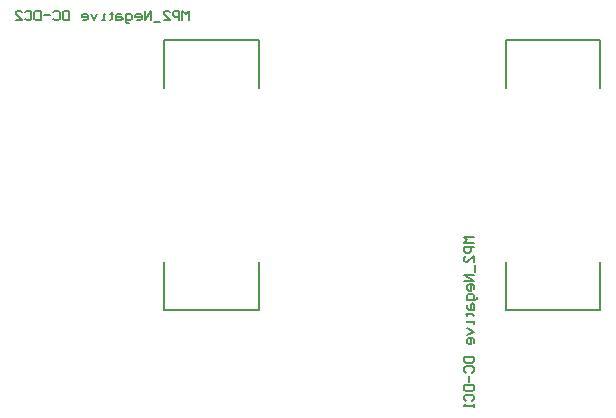
<source format=gbo>
G04*
G04 #@! TF.GenerationSoftware,Altium Limited,Altium Designer,20.0.12 (288)*
G04*
G04 Layer_Color=32896*
%FSLAX25Y25*%
%MOIN*%
G70*
G01*
G75*
%ADD10C,0.00787*%
%ADD18C,0.00591*%
D10*
X117211Y98669D02*
X148707D01*
X117211Y172646D02*
Y188669D01*
Y98669D02*
Y114693D01*
Y188669D02*
X148707D01*
Y172646D02*
Y188669D01*
Y98669D02*
Y114693D01*
X231089Y188669D02*
X262585D01*
Y98669D02*
Y114693D01*
Y172646D02*
Y188669D01*
X231089Y98669D02*
X262585D01*
X231089D02*
Y114693D01*
Y172646D02*
Y188669D01*
D18*
X125389Y195369D02*
Y198518D01*
X124339Y197468D01*
X123290Y198518D01*
Y195369D01*
X122240D02*
Y198518D01*
X120666D01*
X120141Y197993D01*
Y196943D01*
X120666Y196419D01*
X122240D01*
X116993Y195369D02*
X119092D01*
X116993Y197468D01*
Y197993D01*
X117517Y198518D01*
X118567D01*
X119092Y197993D01*
X115943Y194844D02*
X113844D01*
X112794Y195369D02*
Y198518D01*
X110696Y195369D01*
Y198518D01*
X108072Y195369D02*
X109121D01*
X109646Y195894D01*
Y196943D01*
X109121Y197468D01*
X108072D01*
X107547Y196943D01*
Y196419D01*
X109646D01*
X105448Y194320D02*
X104923D01*
X104398Y194844D01*
Y197468D01*
X105973D01*
X106497Y196943D01*
Y195894D01*
X105973Y195369D01*
X104398D01*
X102824Y197468D02*
X101775D01*
X101250Y196943D01*
Y195369D01*
X102824D01*
X103349Y195894D01*
X102824Y196419D01*
X101250D01*
X99676Y197993D02*
Y197468D01*
X100200D01*
X99151D01*
X99676D01*
Y195894D01*
X99151Y195369D01*
X97576D02*
X96527D01*
X97052D01*
Y197468D01*
X97576D01*
X94953D02*
X93903Y195369D01*
X92853Y197468D01*
X90230Y195369D02*
X91279D01*
X91804Y195894D01*
Y196943D01*
X91279Y197468D01*
X90230D01*
X89705Y196943D01*
Y196419D01*
X91804D01*
X85507Y198518D02*
Y195369D01*
X83933D01*
X83408Y195894D01*
Y197993D01*
X83933Y198518D01*
X85507D01*
X80259Y197993D02*
X80784Y198518D01*
X81833D01*
X82358Y197993D01*
Y195894D01*
X81833Y195369D01*
X80784D01*
X80259Y195894D01*
X79210Y196943D02*
X77111D01*
X76061Y198518D02*
Y195369D01*
X74487D01*
X73962Y195894D01*
Y197993D01*
X74487Y198518D01*
X76061D01*
X70814Y197993D02*
X71338Y198518D01*
X72388D01*
X72913Y197993D01*
Y195894D01*
X72388Y195369D01*
X71338D01*
X70814Y195894D01*
X67665Y195369D02*
X69764D01*
X67665Y197468D01*
Y197993D01*
X68190Y198518D01*
X69239D01*
X69764Y197993D01*
X220387Y123024D02*
X217239D01*
X218288Y121975D01*
X217239Y120925D01*
X220387D01*
Y119875D02*
X217239D01*
Y118301D01*
X217763Y117776D01*
X218813D01*
X219338Y118301D01*
Y119875D01*
X220387Y114628D02*
Y116727D01*
X218288Y114628D01*
X217763D01*
X217239Y115153D01*
Y116202D01*
X217763Y116727D01*
X220912Y113578D02*
Y111479D01*
X220387Y110430D02*
X217239D01*
X220387Y108331D01*
X217239D01*
X220387Y105707D02*
Y106756D01*
X219863Y107281D01*
X218813D01*
X218288Y106756D01*
Y105707D01*
X218813Y105182D01*
X219338D01*
Y107281D01*
X221437Y103083D02*
Y102558D01*
X220912Y102033D01*
X218288D01*
Y103608D01*
X218813Y104132D01*
X219863D01*
X220387Y103608D01*
Y102033D01*
X218288Y100459D02*
Y99410D01*
X218813Y98885D01*
X220387D01*
Y100459D01*
X219863Y100984D01*
X219338Y100459D01*
Y98885D01*
X217763Y97311D02*
X218288D01*
Y97835D01*
Y96786D01*
Y97311D01*
X219863D01*
X220387Y96786D01*
Y95211D02*
Y94162D01*
Y94687D01*
X218288D01*
Y95211D01*
Y92588D02*
X220387Y91538D01*
X218288Y90489D01*
X220387Y87865D02*
Y88914D01*
X219863Y89439D01*
X218813D01*
X218288Y88914D01*
Y87865D01*
X218813Y87340D01*
X219338D01*
Y89439D01*
X217239Y83142D02*
X220387D01*
Y81568D01*
X219863Y81043D01*
X217763D01*
X217239Y81568D01*
Y83142D01*
X217763Y77894D02*
X217239Y78419D01*
Y79469D01*
X217763Y79993D01*
X219863D01*
X220387Y79469D01*
Y78419D01*
X219863Y77894D01*
X218813Y76845D02*
Y74746D01*
X217239Y73696D02*
X220387D01*
Y72122D01*
X219863Y71597D01*
X217763D01*
X217239Y72122D01*
Y73696D01*
X217763Y68449D02*
X217239Y68973D01*
Y70023D01*
X217763Y70548D01*
X219863D01*
X220387Y70023D01*
Y68973D01*
X219863Y68449D01*
X220387Y67399D02*
Y66350D01*
Y66874D01*
X217239D01*
X217763Y67399D01*
M02*

</source>
